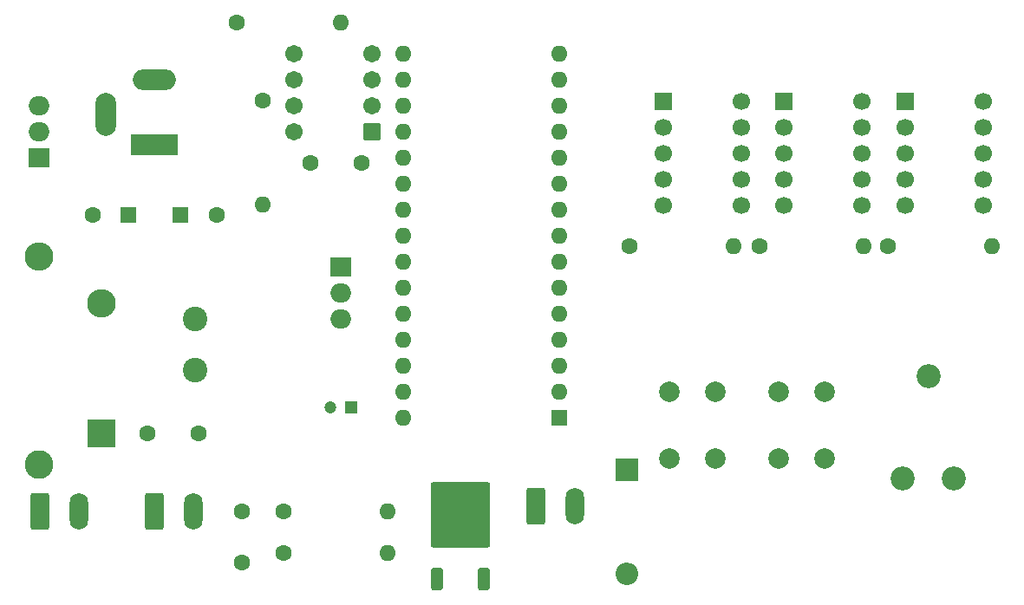
<source format=gbr>
%TF.GenerationSoftware,KiCad,Pcbnew,8.0.8*%
%TF.CreationDate,2025-05-16T08:04:54+02:00*%
%TF.ProjectId,nebulizer,6e656275-6c69-47a6-9572-2e6b69636164,rev?*%
%TF.SameCoordinates,Original*%
%TF.FileFunction,Soldermask,Top*%
%TF.FilePolarity,Negative*%
%FSLAX46Y46*%
G04 Gerber Fmt 4.6, Leading zero omitted, Abs format (unit mm)*
G04 Created by KiCad (PCBNEW 8.0.8) date 2025-05-16 08:04:54*
%MOMM*%
%LPD*%
G01*
G04 APERTURE LIST*
G04 Aperture macros list*
%AMRoundRect*
0 Rectangle with rounded corners*
0 $1 Rounding radius*
0 $2 $3 $4 $5 $6 $7 $8 $9 X,Y pos of 4 corners*
0 Add a 4 corners polygon primitive as box body*
4,1,4,$2,$3,$4,$5,$6,$7,$8,$9,$2,$3,0*
0 Add four circle primitives for the rounded corners*
1,1,$1+$1,$2,$3*
1,1,$1+$1,$4,$5*
1,1,$1+$1,$6,$7*
1,1,$1+$1,$8,$9*
0 Add four rect primitives between the rounded corners*
20,1,$1+$1,$2,$3,$4,$5,0*
20,1,$1+$1,$4,$5,$6,$7,0*
20,1,$1+$1,$6,$7,$8,$9,0*
20,1,$1+$1,$8,$9,$2,$3,0*%
G04 Aperture macros list end*
%ADD10C,2.340000*%
%ADD11RoundRect,0.250000X-0.650000X-1.550000X0.650000X-1.550000X0.650000X1.550000X-0.650000X1.550000X0*%
%ADD12O,1.800000X3.600000*%
%ADD13C,1.600000*%
%ADD14O,1.600000X1.600000*%
%ADD15R,1.700000X1.700000*%
%ADD16C,1.700000*%
%ADD17R,2.000000X1.905000*%
%ADD18O,2.000000X1.905000*%
%ADD19R,1.600000X1.600000*%
%ADD20R,2.200000X2.200000*%
%ADD21O,2.200000X2.200000*%
%ADD22C,2.800000*%
%ADD23O,2.800000X2.800000*%
%ADD24R,4.600000X2.000000*%
%ADD25O,4.200000X2.000000*%
%ADD26O,2.000000X4.200000*%
%ADD27RoundRect,0.250000X0.350000X-0.850000X0.350000X0.850000X-0.350000X0.850000X-0.350000X-0.850000X0*%
%ADD28RoundRect,0.249997X2.650003X-2.950003X2.650003X2.950003X-2.650003X2.950003X-2.650003X-2.950003X0*%
%ADD29R,1.200000X1.200000*%
%ADD30C,1.200000*%
%ADD31RoundRect,0.102000X0.749300X0.749300X-0.749300X0.749300X-0.749300X-0.749300X0.749300X-0.749300X0*%
%ADD32C,1.702600*%
%ADD33C,2.400000*%
%ADD34C,2.000000*%
%ADD35R,2.800000X2.800000*%
G04 APERTURE END LIST*
D10*
%TO.C,RV1*%
X125944000Y-68928000D03*
X123444000Y-58928000D03*
X120944000Y-68928000D03*
%TD*%
D11*
%TO.C,J1*%
X36724000Y-72186000D03*
D12*
X40534000Y-72186000D03*
%TD*%
D13*
%TO.C,R2*%
X107000000Y-46230000D03*
D14*
X117160000Y-46230000D03*
%TD*%
D15*
%TO.C,U1*%
X97536000Y-32070000D03*
D16*
X97536000Y-34610000D03*
X97536000Y-37150000D03*
X97536000Y-39690000D03*
X97536000Y-42230000D03*
X105156000Y-42230000D03*
X105156000Y-39690000D03*
X105156000Y-37150000D03*
X105156000Y-34610000D03*
X105156000Y-32070000D03*
%TD*%
D11*
%TO.C,J2*%
X47894000Y-72186000D03*
D12*
X51704000Y-72186000D03*
%TD*%
D13*
%TO.C,C1*%
X47218000Y-64566000D03*
X52218000Y-64566000D03*
%TD*%
D17*
%TO.C,U5*%
X66040000Y-48260000D03*
D18*
X66040000Y-50800000D03*
X66040000Y-53340000D03*
%TD*%
D13*
%TO.C,R6*%
X60451000Y-76214000D03*
D14*
X70611000Y-76214000D03*
%TD*%
D19*
%TO.C,C3*%
X45354000Y-43180000D03*
D13*
X41854000Y-43180000D03*
%TD*%
D20*
%TO.C,D2*%
X93980000Y-68072000D03*
D21*
X93980000Y-78232000D03*
%TD*%
D13*
%TO.C,R8*%
X55880000Y-24384000D03*
D14*
X66040000Y-24384000D03*
%TD*%
D19*
%TO.C,A1*%
X87376000Y-62992000D03*
D14*
X87376000Y-60452000D03*
X87376000Y-57912000D03*
X87376000Y-55372000D03*
X87376000Y-52832000D03*
X87376000Y-50292000D03*
X87376000Y-47752000D03*
X87376000Y-45212000D03*
X87376000Y-42672000D03*
X87376000Y-40132000D03*
X87376000Y-37592000D03*
X87376000Y-35052000D03*
X87376000Y-32512000D03*
X87376000Y-29972000D03*
X87376000Y-27432000D03*
X72136000Y-27432000D03*
X72136000Y-29972000D03*
X72136000Y-32512000D03*
X72136000Y-35052000D03*
X72136000Y-37592000D03*
X72136000Y-40132000D03*
X72136000Y-42672000D03*
X72136000Y-45212000D03*
X72136000Y-47752000D03*
X72136000Y-50292000D03*
X72136000Y-52832000D03*
X72136000Y-55372000D03*
X72136000Y-57912000D03*
X72136000Y-60452000D03*
X72136000Y-62992000D03*
%TD*%
D22*
%TO.C,R5*%
X36576000Y-67564000D03*
D23*
X36576000Y-47244000D03*
%TD*%
D24*
%TO.C,J4*%
X47894000Y-36322000D03*
D25*
X47894000Y-30022000D03*
D26*
X43094000Y-33422000D03*
%TD*%
D15*
%TO.C,U3*%
X121146000Y-32070000D03*
D16*
X121146000Y-34610000D03*
X121146000Y-37150000D03*
X121146000Y-39690000D03*
X121146000Y-42230000D03*
X128766000Y-42230000D03*
X128766000Y-39690000D03*
X128766000Y-37150000D03*
X128766000Y-34610000D03*
X128766000Y-32070000D03*
%TD*%
D27*
%TO.C,Q2*%
X75443000Y-78793000D03*
D28*
X77723000Y-72493000D03*
D27*
X80003000Y-78793000D03*
%TD*%
D29*
%TO.C,C5*%
X67056000Y-61976000D03*
D30*
X65056000Y-61976000D03*
%TD*%
D13*
%TO.C,C4*%
X63072000Y-38100000D03*
X68072000Y-38100000D03*
%TD*%
D17*
%TO.C,Q1*%
X36576000Y-37592000D03*
D18*
X36576000Y-35052000D03*
X36576000Y-32512000D03*
%TD*%
D13*
%TO.C,C2*%
X56388000Y-77136000D03*
X56388000Y-72136000D03*
%TD*%
D31*
%TO.C,U4*%
X69088000Y-35052000D03*
D32*
X69088000Y-32512000D03*
X69088000Y-29972000D03*
X69088000Y-27432000D03*
X61468000Y-27432000D03*
X61468000Y-29972000D03*
X61468000Y-32512000D03*
X61468000Y-35052000D03*
%TD*%
D33*
%TO.C,L1*%
X51816000Y-53380000D03*
X51816000Y-58380000D03*
%TD*%
D19*
%TO.C,C6*%
X50434000Y-43230000D03*
D13*
X53934000Y-43230000D03*
%TD*%
%TO.C,R3*%
X94300000Y-46230000D03*
D14*
X104460000Y-46230000D03*
%TD*%
D34*
%TO.C,SW1*%
X108784000Y-66952000D03*
X108784000Y-60452000D03*
X113284000Y-66952000D03*
X113284000Y-60452000D03*
%TD*%
D15*
%TO.C,U2*%
X109341000Y-32070000D03*
D16*
X109341000Y-34610000D03*
X109341000Y-37150000D03*
X109341000Y-39690000D03*
X109341000Y-42230000D03*
X116961000Y-42230000D03*
X116961000Y-39690000D03*
X116961000Y-37150000D03*
X116961000Y-34610000D03*
X116961000Y-32070000D03*
%TD*%
D11*
%TO.C,J3*%
X85088000Y-71628000D03*
D12*
X88898000Y-71628000D03*
%TD*%
D35*
%TO.C,D1*%
X42672000Y-64516000D03*
D23*
X42672000Y-51816000D03*
%TD*%
D34*
%TO.C,SW2*%
X98116000Y-66952000D03*
X98116000Y-60452000D03*
X102616000Y-66952000D03*
X102616000Y-60452000D03*
%TD*%
D13*
%TO.C,R4*%
X58420000Y-32004000D03*
D14*
X58420000Y-42164000D03*
%TD*%
D13*
%TO.C,R1*%
X119500000Y-46230000D03*
D14*
X129660000Y-46230000D03*
%TD*%
D13*
%TO.C,R7*%
X60451000Y-72136000D03*
D14*
X70611000Y-72136000D03*
%TD*%
M02*

</source>
